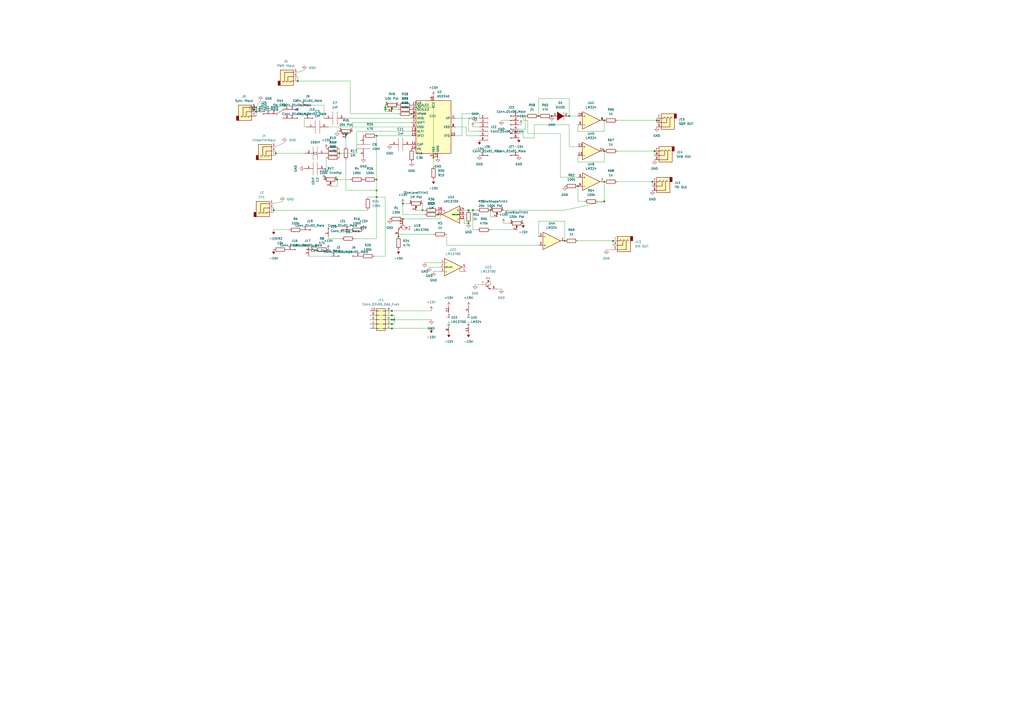
<source format=kicad_sch>
(kicad_sch (version 20211123) (generator eeschema)
  (paper "A2")
  (lib_symbols
    (symbol "Amplifier_Operational:LM13700" (pin_names (offset 0.127))
      (property "Reference" "U" (at 3.81 5.08 0))
      (property "Value" "LM13700" (at 5.08 -5.08 0))
      (symbol "LM13700_1_1"
        (pin output line (at 7.62 0 180) (length 2.54) (name "~") (number "12"))
        (pin input line (at -7.62 2.54 0) (length 2.54) (name "-") (number "13"))
        (pin input line (at -7.62 -2.54 0) (length 2.54) (name "+") (number "14"))
        (pin input line (at -7.62 0 0) (length 2.54) (name "DIODE_BIAS") (number "15"))
        (pin input line (at 7.62 -2.54 180) (length 2.54) (name "~") (number "16"))
      )
      (symbol "LM13700_2_1"
        (text "V+" (at -2.54 3.81 0) (effects (font (size 1.27 1.27))))
        (pin input line (at -7.62 0 0) (length 3.81) (name "~") (number "10"))
        (pin output line (at 2.54 -2.54 180) (length 3.81) (name "~") (number "9"))
      )
      (symbol "LM13700_3_1"
        (pin input line (at 7.62 -2.54 180) (length 2.54) (name "~") (number "1"))
        (pin input line (at -7.62 0 0) (length 2.54) (name "DIODE_BIAS") (number "2"))
        (pin input line (at -7.62 -2.54 0) (length 2.54) (name "+") (number "3"))
        (pin input line (at -7.62 2.54 0) (length 2.54) (name "-") (number "4"))
        (pin output line (at 7.62 0 180) (length 2.54) (name "~") (number "5"))
      )
      (symbol "LM13700_4_0"
        (text "V+" (at -2.54 3.81 0) (effects (font (size 1.27 1.27))))
      )
      (symbol "LM13700_4_1"
        (pin input line (at -7.62 0 0) (length 3.81) (name "~") (number "7"))
        (pin output line (at 2.54 -2.54 180) (length 3.81) (name "~") (number "8"))
      )
      (symbol "LM13700_5_1"
        (pin power_in line (at -2.54 7.62 270) (length 3.81) (name "V+") (number "11"))
        (pin power_in line (at -2.54 -7.62 90) (length 3.81) (name "V-") (number "6"))
      )
    )
    (symbol "Amplifier_Operational:LM324" (pin_names (offset 0.127))
      (property "Reference" "U" (at 0 5.08 0))
      (property "Value" "LM324" (at 0 -5.08 0))
      (symbol "LM324_1_1"
        (pin output line (at 7.62 0 180) (length 2.54) (name "~") (number "1"))
        (pin input line (at -7.62 -2.54 0) (length 2.54) (name "-") (number "2"))
        (pin input line (at -7.62 2.54 0) (length 2.54) (name "+") (number "3"))
      )
      (symbol "LM324_2_1"
        (pin input line (at -7.62 2.54 0) (length 2.54) (name "+") (number "5"))
        (pin input line (at -7.62 -2.54 0) (length 2.54) (name "-") (number "6"))
        (pin output line (at 7.62 0 180) (length 2.54) (name "~") (number "7"))
      )
      (symbol "LM324_3_1"
        (pin input line (at -7.62 2.54 0) (length 2.54) (name "+") (number "10"))
        (pin output line (at 7.62 0 180) (length 2.54) (name "~") (number "8"))
        (pin input line (at -7.62 -2.54 0) (length 2.54) (name "-") (number "9"))
      )
      (symbol "LM324_4_1"
        (pin input line (at -7.62 2.54 0) (length 2.54) (name "+") (number "12"))
        (pin input line (at -7.62 -2.54 0) (length 2.54) (name "-") (number "13"))
        (pin output line (at 7.62 0 180) (length 2.54) (name "~") (number "14"))
      )
      (symbol "LM324_5_1"
        (pin power_in line (at -2.54 -7.62 90) (length 3.81) (name "V-") (number "11"))
        (pin power_in line (at -2.54 7.62 270) (length 3.81) (name "V+") (number "4"))
      )
    )
    (symbol "Audio:AS3340"
      (property "Reference" "U" (at -5.08 17.78 0))
      (property "Value" "AS3340" (at 5.08 17.78 0))
      (symbol "AS3340_1_1"
        (pin input line (at -12.7 12.7 0) (length 2.54) (name "SCALE1") (number "1"))
        (pin output line (at 12.7 -5.08 180) (length 2.54) (name "VTO") (number "10"))
        (pin passive line (at -12.7 -10.16 0) (length 2.54) (name "CAP") (number "11"))
        (pin power_in line (at 2.54 -17.78 90) (length 2.54) (name "GND") (number "12"))
        (pin input line (at -12.7 -2.54 0) (length 2.54) (name "VLFI") (number "13"))
        (pin passive line (at -12.7 -12.7 0) (length 2.54) (name "VS") (number "14"))
        (pin input line (at -12.7 -5.08 0) (length 2.54) (name "VFCI") (number "15"))
        (pin power_in line (at 0 17.78 270) (length 2.54) (name "VCC") (number "16"))
        (pin input line (at -12.7 10.16 0) (length 2.54) (name "SCALE2") (number "2"))
        (pin power_in line (at 0 -17.78 90) (length 2.54) (name "VEE") (number "3"))
        (pin output line (at 12.7 5.08 180) (length 2.54) (name "VP") (number "4"))
        (pin input line (at -12.7 7.62 0) (length 2.54) (name "VPWM") (number "5"))
        (pin input line (at -12.7 5.08 0) (length 2.54) (name "VHSI") (number "6"))
        (pin input line (at -12.7 2.54 0) (length 2.54) (name "VHFT") (number "7"))
        (pin output line (at 12.7 0 180) (length 2.54) (name "VSO") (number "8"))
        (pin input line (at -12.7 0 0) (length 2.54) (name "VSSI") (number "9"))
      )
    )
    (symbol "Connector:AudioJack3"
      (property "Reference" "J" (at 0 8.89 0))
      (property "Value" "AudioJack3" (at 0 6.35 0))
      (symbol "AudioJack3_1_1"
        (pin passive line (at 5.08 0 180) (length 2.54) (name "~") (number "R"))
        (pin passive line (at 5.08 2.54 180) (length 2.54) (name "~") (number "S"))
        (pin passive line (at 5.08 -2.54 180) (length 2.54) (name "~") (number "T"))
      )
    )
    (symbol "Connector:Conn_01x01_Male" (pin_names (offset 1.016) hide)
      (property "Reference" "J" (at 0 2.54 0))
      (property "Value" "Conn_01x01_Male" (at 0 -2.54 0))
      (symbol "Conn_01x01_Male_1_1"
        (pin passive line (at 5.08 0 180) (length 3.81) (name "Pin_1") (number "1"))
      )
    )
    (symbol "Connector:Conn_01x06_Female" (pin_names (offset 1.016) hide)
      (property "Reference" "J" (at 0 7.62 0))
      (property "Value" "Conn_01x06_Female" (at 0 -10.16 0))
      (symbol "Conn_01x06_Female_1_1"
        (pin passive line (at -5.08 5.08 0) (length 3.81) (name "Pin_1") (number "1"))
        (pin passive line (at -5.08 2.54 0) (length 3.81) (name "Pin_2") (number "2"))
        (pin passive line (at -5.08 0 0) (length 3.81) (name "Pin_3") (number "3"))
        (pin passive line (at -5.08 -2.54 0) (length 3.81) (name "Pin_4") (number "4"))
        (pin passive line (at -5.08 -5.08 0) (length 3.81) (name "Pin_5") (number "5"))
        (pin passive line (at -5.08 -7.62 0) (length 3.81) (name "Pin_6") (number "6"))
      )
    )
    (symbol "Connector:Conn_01x06_Male" (pin_names (offset 1.016) hide)
      (property "Reference" "J" (at 0 7.62 0))
      (property "Value" "Conn_01x06_Male" (at 0 -10.16 0))
      (symbol "Conn_01x06_Male_1_1"
        (pin passive line (at 5.08 5.08 180) (length 3.81) (name "Pin_1") (number "1"))
        (pin passive line (at 5.08 2.54 180) (length 3.81) (name "Pin_2") (number "2"))
        (pin passive line (at 5.08 0 180) (length 3.81) (name "Pin_3") (number "3"))
        (pin passive line (at 5.08 -2.54 180) (length 3.81) (name "Pin_4") (number "4"))
        (pin passive line (at 5.08 -5.08 180) (length 3.81) (name "Pin_5") (number "5"))
        (pin passive line (at 5.08 -7.62 180) (length 3.81) (name "Pin_6") (number "6"))
      )
    )
    (symbol "Connector_Generic:Conn_02x05_Odd_Even" (pin_names (offset 1.016) hide)
      (property "Reference" "J" (at 1.27 7.62 0))
      (property "Value" "Conn_02x05_Odd_Even" (at 1.27 -7.62 0))
      (symbol "Conn_02x05_Odd_Even_1_1"
        (pin passive line (at -5.08 5.08 0) (length 3.81) (name "Pin_1") (number "1"))
        (pin passive line (at 7.62 -5.08 180) (length 3.81) (name "Pin_10") (number "10"))
        (pin passive line (at 7.62 5.08 180) (length 3.81) (name "Pin_2") (number "2"))
        (pin passive line (at -5.08 2.54 0) (length 3.81) (name "Pin_3") (number "3"))
        (pin passive line (at 7.62 2.54 180) (length 3.81) (name "Pin_4") (number "4"))
        (pin passive line (at -5.08 0 0) (length 3.81) (name "Pin_5") (number "5"))
        (pin passive line (at 7.62 0 180) (length 3.81) (name "Pin_6") (number "6"))
        (pin passive line (at -5.08 -2.54 0) (length 3.81) (name "Pin_7") (number "7"))
        (pin passive line (at 7.62 -2.54 180) (length 3.81) (name "Pin_8") (number "8"))
        (pin passive line (at -5.08 -5.08 0) (length 3.81) (name "Pin_9") (number "9"))
      )
    )
    (symbol "Device:R" (pin_numbers hide) (pin_names (offset 0))
      (property "Reference" "R" (at 2.032 0 90))
      (property "Value" "R" (at 0 0 90))
      (symbol "R_1_1"
        (pin passive line (at 0 3.81 270) (length 1.27) (name "~") (number "1"))
        (pin passive line (at 0 -3.81 90) (length 1.27) (name "~") (number "2"))
      )
    )
    (symbol "Device:R_Potentiometer" (pin_names (offset 1.016) hide)
      (property "Reference" "RV" (at -4.445 0 90))
      (property "Value" "R_Potentiometer" (at -2.54 0 90))
      (symbol "R_Potentiometer_1_1"
        (pin passive line (at 0 3.81 270) (length 1.27) (name "1") (number "1"))
        (pin passive line (at 3.81 0 180) (length 1.27) (name "2") (number "2"))
        (pin passive line (at 0 -3.81 90) (length 1.27) (name "3") (number "3"))
      )
    )
    (symbol "Switch:SW_SPDT" (pin_names (offset 0) hide)
      (property "Reference" "SW" (at 0 4.318 0))
      (property "Value" "SW_SPDT" (at 0 -5.08 0))
      (symbol "SW_SPDT_1_1"
        (pin passive line (at 5.08 2.54 180) (length 2.54) (name "A") (number "1"))
        (pin passive line (at -5.08 0 0) (length 2.54) (name "B") (number "2"))
        (pin passive line (at 5.08 -2.54 180) (length 2.54) (name "C") (number "3"))
      )
    )
    (symbol "power:+15V" (power) (pin_names (offset 0))
      (property "Value" "+15V" (at 0 3.556 0))
      (symbol "+15V_1_1"
        (pin power_in line (at 0 0 90) (length 0) hide (name "+15V") (number "1"))
      )
    )
    (symbol "power:-15V" (power) (pin_names (offset 0))
      (property "Value" "-15V" (at 0 3.81 0))
      (symbol "-15V_0_0"
        (pin power_in line (at 0 0 90) (length 0) hide (name "-15V") (number "1"))
      )
    )
    (symbol "power:GND" (power) (pin_names (offset 0))
      (property "Value" "GND" (at 0 -3.81 0))
      (symbol "GND_1_1"
        (pin power_in line (at 0 0 270) (length 0) hide (name "GND") (number "1"))
      )
    )
    (symbol "pspice:C" (pin_names (offset 0.254))
      (property "Reference" "C" (at 2.54 3.81 90))
      (property "Value" "C" (at 2.54 -3.81 90))
      (symbol "C_1_1"
        (pin passive line (at 0 6.35 270) (length 5.08) (name "~") (number "1"))
        (pin passive line (at 0 -6.35 90) (length 5.08) (name "~") (number "2"))
      )
    )
    (symbol "pspice:DIODE" (pin_names (offset 1.016) hide)
      (property "Reference" "D" (at 0 3.81 0))
      (property "Value" "DIODE" (at 0 -4.445 0))
      (symbol "DIODE_1_1"
        (pin input line (at -5.08 0 0) (length 3.81) (name "K") (number "1"))
        (pin input line (at 5.08 0 180) (length 3.81) (name "A") (number "2"))
      )
    )
  )
  (junction (at 227.33 187.96))
  (junction (at 335.28 107.95))
  (junction (at 350.52 116.84))
  (junction (at 350.52 87.63))
  (junction (at 172.72 46.99))
  (junction (at 350.52 69.85))
  (junction (at 233.68 127))
  (junction (at 330.2 67.31))
  (junction (at 231.14 137.16))
  (junction (at 378.46 105.41))
  (junction (at 218.44 114.3))
  (junction (at 238.76 66.04))
  (junction (at 251.46 91.44))
  (junction (at 148.59 64.77))
  (junction (at 195.58 104.14))
  (junction (at 312.42 67.31))
  (junction (at 254 124.46))
  (junction (at 218.44 78.74))
  (junction (at 196.85 88.9))
  (junction (at 245.11 121.92))
  (junction (at 227.33 180.34))
  (junction (at 227.33 182.88))
  (junction (at 233.68 118.11))
  (junction (at 160.02 88.9))
  (junction (at 218.44 104.14))
  (junction (at 223.52 62.23))
  (junction (at 274.32 121.92))
  (junction (at 379.73 87.63))
  (junction (at 228.6 185.42))
  (junction (at 271.78 129.54))
  (junction (at 350.52 105.41))
  (junction (at 218.44 110.49))
  (junction (at 381 69.85))
  (junction (at 284.48 121.92))
  (junction (at 327.66 139.7))
  (junction (at 223.52 63.5))
  (junction (at 271.78 121.92))
  (junction (at 158.75 121.92))
  (junction (at 355.6 139.7))
  (junction (at 320.04 67.31))
  (junction (at 227.33 185.42))
  (junction (at 227.33 190.5))
  (wire (pts (xy 228.6 185.42) (xy 250.19 185.42)))
  (wire (pts (xy 379.73 87.63) (xy 379.73 90.17)))
  (wire (pts (xy 187.96 60.96) (xy 173.99 60.96)))
  (wire (pts (xy 238.76 71.12) (xy 204.47 71.12)))
  (wire (pts (xy 270.51 78.74) (xy 278.13 78.74)))
  (wire (pts (xy 223.52 63.5) (xy 223.52 62.23)))
  (wire (pts (xy 214.63 182.88) (xy 227.33 182.88)))
  (wire (pts (xy 312.42 128.27) (xy 327.66 128.27)))
  (wire (pts (xy 248.92 154.94) (xy 255.27 154.94)))
  (wire (pts (xy 330.2 72.39) (xy 309.88 72.39)))
  (wire (pts (xy 300.99 72.39) (xy 302.26 72.39)))
  (wire (pts (xy 223.52 114.3) (xy 223.52 148.59)))
  (wire (pts (xy 330.2 57.15) (xy 312.42 57.15)))
  (wire (pts (xy 284.48 125.73) (xy 288.29 125.73)))
  (wire (pts (xy 259.08 135.89) (xy 259.08 142.24)))
  (wire (pts (xy 214.63 185.42) (xy 227.33 185.42)))
  (wire (pts (xy 306.07 77.47) (xy 306.07 69.85)))
  (wire (pts (xy 378.46 105.41) (xy 378.46 107.95)))
  (wire (pts (xy 233.68 127) (xy 255.27 127)))
  (wire (pts (xy 160.02 87.63) (xy 160.02 88.9)))
  (wire (pts (xy 251.46 157.48) (xy 255.27 157.48)))
  (wire (pts (xy 303.53 69.85) (xy 303.53 67.31)))
  (wire (pts (xy 205.74 138.43) (xy 218.44 138.43)))
  (wire (pts (xy 231.14 135.89) (xy 231.14 137.16)))
  (wire (pts (xy 233.68 124.46) (xy 246.38 124.46)))
  (wire (pts (xy 227.33 185.42) (xy 228.6 185.42)))
  (wire (pts (xy 227.33 187.96) (xy 228.6 187.96)))
  (wire (pts (xy 350.52 116.84) (xy 327.66 121.92)))
  (wire (pts (xy 190.5 137.16) (xy 190.5 138.43)))
  (wire (pts (xy 195.58 104.14) (xy 203.2 104.14)))
  (wire (pts (xy 351.79 144.78) (xy 355.6 144.78)))
  (wire (pts (xy 358.14 69.85) (xy 381 69.85)))
  (wire (pts (xy 218.44 110.49) (xy 218.44 114.3)))
  (wire (pts (xy 350.52 105.41) (xy 350.52 116.84)))
  (wire (pts (xy 278.13 68.58) (xy 278.13 66.04)))
  (wire (pts (xy 158.75 121.92) (xy 158.75 123.19)))
  (wire (pts (xy 304.8 74.93) (xy 300.99 74.93)))
  (wire (pts (xy 259.08 142.24) (xy 312.42 142.24)))
  (wire (pts (xy 158.75 120.65) (xy 158.75 121.92)))
  (wire (pts (xy 271.78 68.58) (xy 264.16 68.58)))
  (wire (pts (xy 163.83 116.84) (xy 158.75 118.11)))
  (wire (pts (xy 151.13 58.42) (xy 148.59 62.23)))
  (wire (pts (xy 350.52 76.2) (xy 350.52 69.85)))
  (wire (pts (xy 179.07 148.59) (xy 191.77 148.59)))
  (wire (pts (xy 330.2 67.31) (xy 335.28 67.31)))
  (wire (pts (xy 271.78 76.2) (xy 271.78 68.58)))
  (wire (pts (xy 325.12 77.47) (xy 325.12 102.87)))
  (wire (pts (xy 227.33 64.77) (xy 223.52 64.77)))
  (wire (pts (xy 335.28 76.2) (xy 350.52 76.2)))
  (wire (pts (xy 227.33 182.88) (xy 228.6 182.88)))
  (wire (pts (xy 195.58 76.2) (xy 196.85 76.2)))
  (wire (pts (xy 358.14 105.41) (xy 378.46 105.41)))
  (wire (pts (xy 335.28 93.98) (xy 350.52 93.98)))
  (wire (pts (xy 218.44 78.74) (xy 238.76 78.74)))
  (wire (pts (xy 165.1 82.55) (xy 160.02 85.09)))
  (wire (pts (xy 325.12 77.47) (xy 306.07 77.47)))
  (wire (pts (xy 217.17 148.59) (xy 223.52 148.59)))
  (wire (pts (xy 335.28 107.95) (xy 335.28 116.84)))
  (wire (pts (xy 274.32 133.35) (xy 276.86 133.35)))
  (wire (pts (xy 200.66 92.71) (xy 200.66 110.49)))
  (wire (pts (xy 251.46 96.52) (xy 251.46 91.44)))
  (wire (pts (xy 303.53 80.01) (xy 303.53 77.47)))
  (wire (pts (xy 335.28 116.84) (xy 339.09 116.84)))
  (wire (pts (xy 214.63 190.5) (xy 227.33 190.5)))
  (wire (pts (xy 278.13 66.04) (xy 267.97 66.04)))
  (wire (pts (xy 233.68 118.11) (xy 237.49 118.11)))
  (wire (pts (xy 290.83 69.85) (xy 300.99 69.85)))
  (wire (pts (xy 270.51 73.66) (xy 270.51 78.74)))
  (wire (pts (xy 190.5 73.66) (xy 238.76 73.66)))
  (wire (pts (xy 304.8 67.31) (xy 304.8 74.93)))
  (wire (pts (xy 303.53 77.47) (xy 300.99 77.47)))
  (wire (pts (xy 325.12 102.87) (xy 335.28 102.87)))
  (wire (pts (xy 335.28 72.39) (xy 335.28 76.2)))
  (wire (pts (xy 312.42 57.15) (xy 312.42 67.31)))
  (wire (pts (xy 214.63 180.34) (xy 227.33 180.34)))
  (wire (pts (xy 200.66 80.01) (xy 200.66 85.09)))
  (wire (pts (xy 269.24 129.54) (xy 271.78 129.54)))
  (wire (pts (xy 227.33 180.34) (xy 250.19 180.34)))
  (wire (pts (xy 176.53 40.64) (xy 172.72 41.91)))
  (wire (pts (xy 218.44 114.3) (xy 218.44 138.43)))
  (wire (pts (xy 228.6 182.88) (xy 228.6 185.42)))
  (wire (pts (xy 267.97 78.74) (xy 264.16 78.74)))
  (wire (pts (xy 330.2 67.31) (xy 330.2 57.15)))
  (wire (pts (xy 203.2 66.04) (xy 231.14 66.04)))
  (wire (pts (xy 196.85 86.36) (xy 196.85 88.9)))
  (wire (pts (xy 381 69.85) (xy 381 71.12)))
  (wire (pts (xy 309.88 72.39) (xy 309.88 80.01)))
  (wire (pts (xy 148.59 64.77) (xy 148.59 67.31)))
  (wire (pts (xy 284.48 133.35) (xy 299.72 133.35)))
  (wire (pts (xy 231.14 135.89) (xy 251.46 135.89)))
  (wire (pts (xy 207.01 76.2) (xy 238.76 76.2)))
  (wire (pts (xy 350.52 93.98) (xy 350.52 87.63)))
  (wire (pts (xy 207.01 76.2) (xy 207.01 88.9)))
  (wire (pts (xy 191.77 107.95) (xy 195.58 107.95)))
  (wire (pts (xy 271.78 121.92) (xy 274.32 121.92)))
  (wire (pts (xy 213.36 114.3) (xy 218.44 114.3)))
  (wire (pts (xy 223.52 64.77) (xy 223.52 63.5)))
  (wire (pts (xy 223.52 62.23) (xy 223.52 60.96)))
  (wire (pts (xy 284.48 121.92) (xy 284.48 125.73)))
  (wire (pts (xy 233.68 118.11) (xy 233.68 124.46)))
  (wire (pts (xy 172.72 44.45) (xy 172.72 46.99)))
  (wire (pts (xy 335.28 90.17) (xy 335.28 93.98)))
  (wire (pts (xy 241.3 121.92) (xy 245.11 121.92)))
  (wire (pts (xy 251.46 62.23) (xy 251.46 91.44)))
  (wire (pts (xy 327.66 121.92) (xy 292.1 121.92)))
  (wire (pts (xy 223.52 63.5) (xy 231.14 63.5)))
  (wire (pts (xy 223.52 62.23) (xy 251.46 62.23)))
  (wire (pts (xy 278.13 76.2) (xy 271.78 76.2)))
  (wire (pts (xy 177.8 73.66) (xy 176.53 73.66)))
  (wire (pts (xy 196.85 91.44) (xy 196.85 88.9)))
  (wire (pts (xy 158.75 133.35) (xy 167.64 133.35)))
  (wire (pts (xy 309.88 80.01) (xy 303.53 80.01)))
  (wire (pts (xy 158.75 121.92) (xy 213.36 121.92)))
  (wire (pts (xy 274.32 121.92) (xy 276.86 121.92)))
  (wire (pts (xy 218.44 78.74) (xy 218.44 104.14)))
  (wire (pts (xy 245.11 118.11) (xy 245.11 121.92)))
  (wire (pts (xy 300.99 67.31) (xy 303.53 67.31)))
  (wire (pts (xy 218.44 104.14) (xy 218.44 110.49)))
  (wire (pts (xy 200.66 110.49) (xy 218.44 110.49)))
  (wire (pts (xy 358.14 87.63) (xy 379.73 87.63)))
  (wire (pts (xy 275.59 165.1) (xy 278.13 165.1)))
  (wire (pts (xy 274.32 121.92) (xy 274.32 133.35)))
  (wire (pts (xy 335.28 139.7) (xy 355.6 139.7)))
  (wire (pts (xy 350.52 116.84) (xy 346.71 116.84)))
  (wire (pts (xy 218.44 114.3) (xy 223.52 114.3)))
  (wire (pts (xy 228.6 185.42) (xy 228.6 187.96)))
  (wire (pts (xy 330.2 85.09) (xy 335.28 85.09)))
  (wire (pts (xy 246.38 152.4) (xy 255.27 152.4)))
  (wire (pts (xy 255.27 127) (xy 255.27 124.46)))
  (wire (pts (xy 267.97 66.04) (xy 267.97 78.74)))
  (wire (pts (xy 176.53 68.58) (xy 176.53 73.66)))
  (wire (pts (xy 245.11 121.92) (xy 246.38 121.92)))
  (wire (pts (xy 274.32 73.66) (xy 278.13 73.66)))
  (wire (pts (xy 288.29 167.64) (xy 290.83 167.64)))
  (wire (pts (xy 214.63 187.96) (xy 227.33 187.96)))
  (wire (pts (xy 204.47 71.12) (xy 204.47 76.2)))
  (wire (pts (xy 306.07 69.85) (xy 303.53 69.85)))
  (wire (pts (xy 176.53 88.9) (xy 160.02 88.9)))
  (wire (pts (xy 269.24 127) (xy 269.24 129.54)))
  (wire (pts (xy 312.42 137.16) (xy 312.42 128.27)))
  (wire (pts (xy 203.2 66.04) (xy 203.2 46.99)))
  (wire (pts (xy 195.58 107.95) (xy 195.58 104.14)))
  (wire (pts (xy 189.23 91.44) (xy 189.23 97.79)))
  (wire (pts (xy 187.96 60.96) (xy 187.96 68.58)))
  (wire (pts (xy 355.6 139.7) (xy 355.6 142.24)))
  (wire (pts (xy 292.1 129.54) (xy 295.91 129.54)))
  (wire (pts (xy 207.01 88.9) (xy 196.85 88.9)))
  (wire (pts (xy 264.16 73.66) (xy 270.51 73.66)))
  (wire (pts (xy 330.2 72.39) (xy 330.2 85.09)))
  (wire (pts (xy 200.66 68.58) (xy 238.76 68.58)))
  (wire (pts (xy 172.72 46.99) (xy 203.2 46.99)))
  (wire (pts (xy 160.02 88.9) (xy 160.02 90.17)))
  (wire (pts (xy 381 68.58) (xy 381 69.85)))
  (wire (pts (xy 255.27 124.46) (xy 254 124.46)))
  (wire (pts (xy 327.66 128.27) (xy 327.66 139.7)))
  (wire (pts (xy 227.33 190.5) (xy 250.19 190.5)))
  (wire (pts (xy 190.5 138.43) (xy 198.12 138.43)))
  (wire (pts (xy 275.59 71.12) (xy 278.13 71.12)))
  (wire (pts (xy 269.24 121.92) (xy 271.78 121.92)))
  (symbol (lib_id "Connector:AudioJack3") (at 153.67 120.65 0) (unit 1)
    (property "Reference" "J2" (at 151.765 111.76 0))
    (property "Value" "CV1" (at 151.765 114.3 0))
    (property "Footprint" "Connector_Audio:Jack_3.5mm_Switronic_ST-005-G_horizontal" (effects hide))
  )
  (symbol (lib_id "power:GND") (at 163.83 116.84 180) (unit 1)
    (property "Reference" "#PWR0121" (effects hide))
    (property "Value" "GND" (at 166.37 115.5699 0) (effects (justify right)))
  )
  (symbol (lib_id "Amplifier_Operational:LM13700") (at 262.89 185.42 0) (unit 5)
    (property "Reference" "U1" (at 261.62 184.1499 0) (effects (justify left)))
    (property "Value" "LM13700" (at 261.62 186.6899 0) (effects (justify left)))
    (property "Footprint" "Package_DIP:DIP-16_W7.62mm" (effects hide))
    (property "Datasheet" "http://www.ti.com/lit/ds/symlink/lm13700.pdf" (effects hide))
  )
  (symbol (lib_id "Device:R") (at 231.14 140.97 180) (unit 1)
    (property "Reference" "R34" (at 233.68 139.6999 0) (effects (justify right)))
    (property "Value" "4.7k" (at 233.68 142.2399 0) (effects (justify right)))
    (property "Footprint" "Resistor_SMD:R_1206_3216Metric_Pad1.30x1.75mm_HandSolder" (effects hide))
  )
  (symbol (lib_id "Amplifier_Operational:LM324") (at 342.9 87.63 0) (unit 4)
    (property "Reference" "U4" (at 342.9 77.47 0))
    (property "Value" "LM324" (at 342.9 80.01 0))
    (property "Footprint" "Package_DIP:DIP-14_W7.62mm" (effects hide))
    (property "Datasheet" "http://www.ti.com/lit/ds/symlink/lm2902-n.pdf" (effects hide))
  )
  (symbol (lib_id "pspice:DIODE") (at 325.12 67.31 0) (unit 1)
    (property "Reference" "D1" (at 325.12 59.69 0))
    (property "Value" "DIODE" (at 325.12 62.23 0))
    (property "Footprint" "Capacitor_THT:C_Disc_D3.0mm_W1.6mm_P2.50mm" (effects hide))
  )
  (symbol (lib_id "Connector:AudioJack3") (at 167.64 44.45 0) (unit 1)
    (property "Reference" "J5" (at 165.735 35.56 0))
    (property "Value" "PWM INput" (at 165.735 38.1 0))
    (property "Footprint" "Connector_Audio:Jack_3.5mm_Switronic_ST-005-G_horizontal" (effects hide))
  )
  (symbol (lib_id "power:+15V") (at 260.35 177.8 0) (unit 1)
    (property "Reference" "#PWR0161" (effects hide))
    (property "Value" "+15V" (at 260.35 172.72 0))
  )
  (symbol (lib_id "power:GND") (at 250.19 185.42 0) (unit 1)
    (property "Reference" "#PWR0109" (effects hide))
    (property "Value" "GND" (at 250.19 190.5 0))
  )
  (symbol (lib_id "Device:R") (at 280.67 133.35 90) (unit 1)
    (property "Reference" "R55" (at 280.67 127 90))
    (property "Value" "470k" (at 280.67 129.54 90))
    (property "Footprint" "Resistor_SMD:R_1206_3216Metric_Pad1.30x1.75mm_HandSolder" (effects hide))
  )
  (symbol (lib_id "Device:R") (at 213.36 118.11 0) (unit 1)
    (property "Reference" "R24" (at 215.9 116.8399 0) (effects (justify left)))
    (property "Value" "100k" (at 215.9 119.3799 0) (effects (justify left)))
    (property "Footprint" "Resistor_SMD:R_1206_3216Metric_Pad1.30x1.75mm_HandSolder" (effects hide))
  )
  (symbol (lib_id "power:GND") (at 226.06 83.82 0) (unit 1)
    (property "Reference" "#PWR0116" (effects hide))
    (property "Value" "GND" (at 226.06 88.9 0))
  )
  (symbol (lib_id "Device:R_Potentiometer") (at 191.77 104.14 270) (unit 1)
    (property "Reference" "RV7" (at 191.77 97.79 90))
    (property "Value" "100k TrimPot" (at 191.77 100.33 90))
    (property "Footprint" "Potentiometer_THT:Potentiometer_ACP_CA6-H2,5_Horizontal" (effects hide))
  )
  (symbol (lib_id "Device:R") (at 280.67 121.92 90) (unit 1)
    (property "Reference" "R54" (at 279.4 116.84 90))
    (property "Value" "20k" (at 279.4 119.38 90))
    (property "Footprint" "Resistor_SMD:R_1206_3216Metric_Pad1.30x1.75mm_HandSolder" (effects hide))
  )
  (symbol (lib_id "power:-15V") (at 278.13 81.28 180) (unit 1)
    (property "Reference" "#PWR02" (effects hide))
    (property "Value" "-15V" (at 278.13 86.36 0))
  )
  (symbol (lib_id "Device:R") (at 213.36 148.59 90) (unit 1)
    (property "Reference" "R20" (at 213.36 142.24 90))
    (property "Value" "100k" (at 213.36 144.78 90))
    (property "Footprint" "Resistor_SMD:R_1206_3216Metric_Pad1.30x1.75mm_HandSolder" (effects hide))
  )
  (symbol (lib_id "Connector:AudioJack3") (at 386.08 71.12 180) (unit 1)
    (property "Reference" "J15" (at 393.7 69.2149 0) (effects (justify right)))
    (property "Value" "SQR OUT" (at 393.7 71.7549 0) (effects (justify right)))
    (property "Footprint" "Connector_Audio:Jack_3.5mm_Switronic_ST-005-G_horizontal" (effects hide))
  )
  (symbol (lib_id "power:+15V") (at 302.26 72.39 0) (unit 1)
    (property "Reference" "#PWR05" (effects hide))
    (property "Value" "+15V" (at 302.26 67.31 0))
  )
  (symbol (lib_id "Audio:AS3340") (at 251.46 73.66 0) (unit 1)
    (property "Reference" "U2" (at 253.4794 53.34 0) (effects (justify left)))
    (property "Value" "AS3340" (at 253.4794 55.88 0) (effects (justify left)))
    (property "Footprint" "Package_DIP:DIP-16_W7.62mm" (effects hide))
    (property "Datasheet" "http://www.alfarzpp.lv/eng/sc/AS3340.pdf" (effects hide))
  )
  (symbol (lib_id "power:GND") (at 251.46 157.48 0) (unit 1)
    (property "Reference" "#PWR0126" (effects hide))
    (property "Value" "GND" (at 251.46 162.56 0))
  )
  (symbol (lib_id "Device:R") (at 271.78 125.73 180) (unit 1)
    (property "Reference" "R51" (at 274.32 124.4599 0) (effects (justify right)))
    (property "Value" "1k" (at 274.32 126.9999 0) (effects (justify right)))
    (property "Footprint" "Resistor_SMD:R_1206_3216Metric_Pad1.30x1.75mm_HandSolder" (effects hide))
  )
  (symbol (lib_id "Connector:Conn_01x01_Male") (at 190.5 132.08 270) (unit 1)
    (property "Reference" "J20" (at 191.77 131.4449 90) (effects (justify left)))
    (property "Value" "Conn_01x01_Male" (at 191.77 133.9849 90) (effects (justify left)))
    (property "Footprint" "Connector_PinHeader_2.54mm:PinHeader_1x01_P2.54mm_Vertical" (effects hide))
  )
  (symbol (lib_id "Device:R") (at 331.47 139.7 90) (unit 1)
    (property "Reference" "R69" (at 331.47 133.35 90))
    (property "Value" "1k" (at 331.47 135.89 90))
    (property "Footprint" "Resistor_SMD:R_1206_3216Metric_Pad1.30x1.75mm_HandSolder" (effects hide))
  )
  (symbol (lib_id "Device:R") (at 354.33 69.85 90) (unit 1)
    (property "Reference" "R66" (at 354.33 63.5 90))
    (property "Value" "1k" (at 354.33 66.04 90))
    (property "Footprint" "Resistor_SMD:R_1206_3216Metric_Pad1.30x1.75mm_HandSolder" (effects hide))
  )
  (symbol (lib_id "power:+15V") (at 274.32 73.66 0) (unit 1)
    (property "Reference" "#PWR01" (effects hide))
    (property "Value" "+15V" (at 274.32 68.58 0))
  )
  (symbol (lib_id "power:GND") (at 275.59 165.1 0) (unit 1)
    (property "Reference" "#PWR0117" (effects hide))
    (property "Value" "GND" (at 275.59 170.18 0))
  )
  (symbol (lib_id "Device:R") (at 250.19 124.46 90) (unit 1)
    (property "Reference" "R37" (at 250.19 118.11 90))
    (property "Value" "1M" (at 250.19 120.65 90))
    (property "Footprint" "Resistor_THT:R_Axial_DIN0204_L3.6mm_D1.6mm_P5.08mm_Horizontal" (effects hide))
  )
  (symbol (lib_id "power:GND") (at 381 73.66 0) (unit 1)
    (property "Reference" "#PWR0164" (effects hide))
    (property "Value" "GND" (at 381 78.74 0))
  )
  (symbol (lib_id "power:+15V") (at 292.1 129.54 0) (unit 1)
    (property "Reference" "#PWR0157" (effects hide))
    (property "Value" "+15V" (at 292.1 124.46 0))
  )
  (symbol (lib_id "Amplifier_Operational:LM13700") (at 262.89 154.94 0) (unit 3)
    (property "Reference" "U1" (at 262.89 144.78 0))
    (property "Value" "LM13700" (at 262.89 147.32 0))
    (property "Footprint" "Package_DIP:DIP-16_W7.62mm" (effects hide))
    (property "Datasheet" "http://www.ti.com/lit/ds/symlink/lm13700.pdf" (effects hide))
  )
  (symbol (lib_id "power:+15V") (at 210.82 133.35 0) (unit 1)
    (property "Reference" "#PWR0122" (effects hide))
    (property "Value" "+15V" (at 210.82 128.27 0))
  )
  (symbol (lib_id "pspice:C") (at 182.88 88.9 270) (unit 1)
    (property "Reference" "C1" (at 182.88 88.9 90))
    (property "Value" "100nf" (at 182.88 82.55 90))
    (property "Footprint" "Capacitor_THT:C_Disc_D3.0mm_W1.6mm_P2.50mm" (effects hide))
  )
  (symbol (lib_id "power:GND") (at 195.58 76.2 0) (unit 1)
    (property "Reference" "#PWR0106" (effects hide))
    (property "Value" "GND" (at 198.12 77.4699 0) (effects (justify left)))
  )
  (symbol (lib_id "power:-15V") (at 251.46 104.14 180) (unit 1)
    (property "Reference" "#PWR0170" (effects hide))
    (property "Value" "-15V" (at 251.46 109.22 0))
  )
  (symbol (lib_id "power:GND") (at 275.59 71.12 180) (unit 1)
    (property "Reference" "#PWR03" (effects hide))
    (property "Value" "GND" (at 275.59 66.04 0))
  )
  (symbol (lib_id "Connector:Conn_01x06_Male") (at 295.91 72.39 0) (unit 1)
    (property "Reference" "J23" (at 296.545 62.23 0))
    (property "Value" "Conn_01x06_Male" (at 296.545 64.77 0))
    (property "Footprint" "Connector_PinHeader_2.54mm:PinHeader_1x06_P2.54mm_Vertical" (effects hide))
  )
  (symbol (lib_id "Device:R") (at 234.95 63.5 90) (unit 1)
    (property "Reference" "R39" (at 234.95 57.15 90))
    (property "Value" "5.6k" (at 234.95 59.69 90))
    (property "Footprint" "Resistor_THT:R_Axial_DIN0204_L3.6mm_D1.6mm_P5.08mm_Horizontal" (effects hide))
  )
  (symbol (lib_id "Connector:Conn_01x01_Male") (at 152.4 66.04 0) (unit 1)
    (property "Reference" "J24" (at 153.035 60.96 0))
    (property "Value" "Conn_01x01_Male" (at 153.035 63.5 0))
    (property "Footprint" "Connector_PinHeader_2.54mm:PinHeader_1x01_P2.54mm_Vertical" (effects hide))
  )
  (symbol (lib_id "Amplifier_Operational:LM13700") (at 233.68 134.62 270) (unit 2)
    (property "Reference" "U1" (at 240.03 130.8099 90) (effects (justify left)))
    (property "Value" "LM13700" (at 240.03 133.3499 90) (effects (justify left)))
    (property "Footprint" "Package_DIP:DIP-16_W7.62mm" (effects hide))
    (property "Datasheet" "http://www.ti.com/lit/ds/symlink/lm13700.pdf" (effects hide))
  )
  (symbol (lib_id "power:GND") (at 246.38 152.4 0) (unit 1)
    (property "Reference" "#PWR0119" (effects hide))
    (property "Value" "GND" (at 246.38 157.48 0))
  )
  (symbol (lib_id "Device:R") (at 250.19 121.92 90) (unit 1)
    (property "Reference" "R36" (at 250.19 115.57 90))
    (property "Value" "100k" (at 250.19 118.11 90))
    (property "Footprint" "Resistor_SMD:R_1206_3216Metric_Pad1.30x1.75mm_HandSolder" (effects hide))
  )
  (symbol (lib_id "Device:R_Potentiometer") (at 200.66 76.2 270) (unit 1)
    (property "Reference" "RV5" (at 200.66 69.85 90))
    (property "Value" "20k Pot" (at 200.66 72.39 90))
    (property "Footprint" "Potentiometer_THT:Potentiometer_ACP_CA6-H2,5_Horizontal" (effects hide))
  )
  (symbol (lib_id "Connector:AudioJack3") (at 384.81 90.17 180) (unit 1)
    (property "Reference" "J14" (at 392.43 88.2649 0) (effects (justify right)))
    (property "Value" "SAW OUt" (at 392.43 90.8049 0) (effects (justify right)))
    (property "Footprint" "Connector_Audio:Jack_3.5mm_Switronic_ST-005-G_horizontal" (effects hide))
  )
  (symbol (lib_id "Device:R_Potentiometer") (at 227.33 60.96 270) (unit 1)
    (property "Reference" "RV9" (at 227.33 54.61 90))
    (property "Value" "10k Pot" (at 227.33 57.15 90))
    (property "Footprint" "Potentiometer_THT:Potentiometer_ACP_CA6-H2,5_Horizontal" (effects hide))
  )
  (symbol (lib_id "power:GND") (at 248.92 154.94 0) (unit 1)
    (property "Reference" "#PWR0120" (effects hide))
    (property "Value" "GND" (at 248.92 160.02 0))
  )
  (symbol (lib_id "Device:R") (at 242.57 66.04 90) (unit 1)
    (property "Reference" "R48" (at 242.57 59.69 90))
    (property "Value" "47k" (at 242.57 62.23 90))
    (property "Footprint" "Resistor_THT:R_Axial_DIN0204_L3.6mm_D1.6mm_P5.08mm_Horizontal" (effects hide))
  )
  (symbol (lib_id "Device:R") (at 316.23 67.31 90) (unit 1)
    (property "Reference" "R60" (at 316.23 60.96 90))
    (property "Value" "47k" (at 316.23 63.5 90))
    (property "Footprint" "Resistor_THT:R_Axial_DIN0204_L3.6mm_D1.6mm_P5.08mm_Horizontal" (effects hide))
  )
  (symbol (lib_id "pspice:C") (at 210.82 85.09 0) (unit 1)
    (property "Reference" "C9" (at 215.9 83.8199 0) (effects (justify left)))
    (property "Value" "10nf" (at 215.9 86.3599 0) (effects (justify left)))
    (property "Footprint" "Capacitor_SMD:C_1206_3216Metric_Pad1.33x1.80mm_HandSolder" (effects hide))
  )
  (symbol (lib_id "Connector:Conn_01x01_Male") (at 179.07 60.96 180) (unit 1)
    (property "Reference" "J9" (at 178.435 55.88 0))
    (property "Value" "Conn_01x01_Male" (at 178.435 58.42 0))
    (property "Footprint" "Connector_PinHeader_2.54mm:PinHeader_1x01_P2.54mm_Vertical" (effects hide))
  )
  (symbol (lib_id "Device:R") (at 255.27 135.89 90) (unit 1)
    (property "Reference" "R3" (at 255.27 129.54 90))
    (property "Value" "1k" (at 255.27 132.08 90))
    (property "Footprint" "Resistor_SMD:R_1206_3216Metric_Pad1.30x1.75mm_HandSolder" (effects hide))
  )
  (symbol (lib_id "power:-15V") (at 260.35 193.04 180) (unit 1)
    (property "Reference" "#PWR0159" (effects hide))
    (property "Value" "-15V" (at 260.35 198.12 0))
  )
  (symbol (lib_id "Device:R") (at 234.95 66.04 90) (unit 1)
    (property "Reference" "R40" (at 234.95 59.69 90))
    (property "Value" "47k" (at 234.95 62.23 90))
    (property "Footprint" "Resistor_THT:R_Axial_DIN0204_L3.6mm_D1.6mm_P5.08mm_Horizontal" (effects hide))
  )
  (symbol (lib_id "Device:R") (at 186.69 144.78 90) (unit 1)
    (property "Reference" "R8" (at 186.69 138.43 90))
    (property "Value" "47k" (at 186.69 140.97 90))
    (property "Footprint" "Resistor_THT:R_Axial_DIN0204_L3.6mm_D1.6mm_P5.08mm_Horizontal" (effects hide))
  )
  (symbol (lib_id "power:-15V") (at 271.78 193.04 180) (unit 1)
    (property "Reference" "#PWR0160" (effects hide))
    (property "Value" "-15V" (at 271.78 198.12 0))
  )
  (symbol (lib_id "power:GND") (at 351.79 144.78 0) (unit 1)
    (property "Reference" "#PWR0169" (effects hide))
    (property "Value" "GND" (at 351.79 149.86 0))
  )
  (symbol (lib_id "Switch:SW_SPDT") (at 162.56 66.04 0) (unit 1)
    (property "Reference" "SW1" (at 162.56 58.42 0))
    (property "Value" "SW_SPDT" (at 162.56 60.96 0))
    (property "Footprint" "Potentiometer_THT:Potentiometer_ACP_CA6-H2,5_Horizontal" (effects hide))
  )
  (symbol (lib_id "Connector:Conn_01x01_Male") (at 283.21 90.17 180) (unit 1)
    (property "Reference" "J26" (at 282.575 85.09 0))
    (property "Value" "Conn_01x01_Male" (at 282.575 87.63 0))
    (property "Footprint" "Connector_PinHeader_2.54mm:PinHeader_1x01_P2.54mm_Vertical" (effects hide))
  )
  (symbol (lib_id "power:GND") (at 165.1 82.55 180) (unit 1)
    (property "Reference" "#PWR0104" (effects hide))
    (property "Value" "GND" (at 167.64 81.2799 0) (effects (justify right)))
  )
  (symbol (lib_id "Connector:AudioJack3") (at 154.94 87.63 0) (unit 1)
    (property "Reference" "J4" (at 153.035 78.74 0))
    (property "Value" "LinearFmINput" (at 153.035 81.28 0))
    (property "Footprint" "Connector_Audio:Jack_3.5mm_Switronic_ST-005-G_horizontal" (effects hide))
  )
  (symbol (lib_id "power:GND") (at 254 91.44 0) (unit 1)
    (property "Reference" "#PWR0171" (effects hide))
    (property "Value" "GND" (at 254 96.52 0))
  )
  (symbol (lib_id "Connector:Conn_01x01_Male") (at 179.07 143.51 270) (unit 1)
    (property "Reference" "J18" (at 180.34 142.8749 90) (effects (justify left)))
    (property "Value" "Conn_01x01_Male" (at 180.34 145.4149 90) (effects (justify left)))
    (property "Footprint" "Connector_PinHeader_2.54mm:PinHeader_1x01_P2.54mm_Vertical" (effects hide))
  )
  (symbol (lib_id "power:+15V") (at 190.5 144.78 0) (unit 1)
    (property "Reference" "#PWR0123" (effects hide))
    (property "Value" "+15V" (at 190.5 139.7 0))
  )
  (symbol (lib_id "Device:R") (at 162.56 144.78 90) (unit 1)
    (property "Reference" "R2" (at 162.56 138.43 90))
    (property "Value" "10k" (at 162.56 140.97 90))
    (property "Footprint" "Resistor_SMD:R_1206_3216Metric_Pad1.30x1.75mm_HandSolder" (effects hide))
  )
  (symbol (lib_id "Amplifier_Operational:LM13700") (at 261.62 124.46 180) (unit 1)
    (property "Reference" "U1" (at 261.62 114.3 0))
    (property "Value" "LM13700" (at 261.62 116.84 0))
    (property "Footprint" "Package_DIP:DIP-16_W7.62mm" (effects hide))
    (property "Datasheet" "http://www.ti.com/lit/ds/symlink/lm13700.pdf" (effects hide))
  )
  (symbol (lib_id "Connector:Conn_01x01_Male") (at 198.12 133.35 0) (unit 1)
    (property "Reference" "J21" (at 198.755 128.27 0))
    (property "Value" "Conn_01x01_Male" (at 198.755 130.81 0))
    (property "Footprint" "Connector_PinHeader_2.54mm:PinHeader_1x01_P2.54mm_Vertical" (effects hide))
  )
  (symbol (lib_id "pspice:C") (at 184.15 73.66 90) (unit 1)
    (property "Reference" "C3" (at 184.15 64.77 90))
    (property "Value" "1nf" (at 184.15 67.31 90))
    (property "Footprint" "Capacitor_SMD:C_1206_3216Metric_Pad1.33x1.80mm_HandSolder" (effects hide))
  )
  (symbol (lib_id "power:+15V") (at 233.68 118.11 0) (unit 1)
    (property "Reference" "#PWR0113" (effects hide))
    (property "Value" "+15V" (at 233.68 113.03 0))
  )
  (symbol (lib_id "Device:R") (at 201.93 138.43 90) (unit 1)
    (property "Reference" "R19" (at 210.82 132.08 90))
    (property "Value" "1M" (at 201.93 134.62 90))
    (property "Footprint" "Resistor_THT:R_Axial_DIN0204_L3.6mm_D1.6mm_P5.08mm_Horizontal" (effects hide))
  )
  (symbol (lib_id "power:GND") (at 290.83 69.85 0) (unit 1)
    (property "Reference" "#PWR04" (effects hide))
    (property "Value" "GND" (at 290.83 74.93 0))
  )
  (symbol (lib_id "Device:R") (at 207.01 133.35 90) (unit 1)
    (property "Reference" "R16" (at 207.01 127 90))
    (property "Value" "100k" (at 207.01 129.54 90))
    (property "Footprint" "Resistor_SMD:R_1206_3216Metric_Pad1.30x1.75mm_HandSolder" (effects hide))
  )
  (symbol (lib_id "power:+15V") (at 250.19 180.34 0) (unit 1)
    (property "Reference" "#PWR0110" (effects hide))
    (property "Value" "+15V" (at 250.19 175.26 0))
  )
  (symbol (lib_id "Device:R") (at 171.45 133.35 90) (unit 1)
    (property "Reference" "R6" (at 171.45 127 90))
    (property "Value" "100k" (at 171.45 129.54 90))
    (property "Footprint" "Resistor_SMD:R_1206_3216Metric_Pad1.30x1.75mm_HandSolder" (effects hide))
  )
  (symbol (lib_id "power:GND") (at 320.04 67.31 0) (unit 1)
    (property "Reference" "#PWR0163" (effects hide))
    (property "Value" "GND" (at 320.04 72.39 0))
  )
  (symbol (lib_id "Connector:Conn_01x01_Male") (at 180.34 133.35 180) (unit 1)
    (property "Reference" "J19" (at 179.705 128.27 0))
    (property "Value" "Conn_01x01_Male" (at 179.705 130.81 0))
    (property "Footprint" "Connector_PinHeader_2.54mm:PinHeader_1x01_P2.54mm_Vertical" (effects hide))
  )
  (symbol (lib_id "Device:R") (at 193.04 88.9 90) (unit 1)
    (property "Reference" "R11" (at 193.04 82.55 90))
    (property "Value" "1M" (at 193.04 85.09 90))
    (property "Footprint" "Resistor_THT:R_Axial_DIN0204_L3.6mm_D1.6mm_P5.08mm_Horizontal" (effects hide))
  )
  (symbol (lib_id "power:GND") (at 271.78 129.54 0) (unit 1)
    (property "Reference" "#PWR0101" (effects hide))
    (property "Value" "GND" (at 271.78 134.62 0))
  )
  (symbol (lib_id "power:+15V") (at 187.96 104.14 0) (unit 1)
    (property "Reference" "#PWR0105" (effects hide))
    (property "Value" "+15V" (at 187.96 99.06 0))
  )
  (symbol (lib_id "Connector:Conn_01x01_Male") (at 153.67 64.77 180) (unit 1)
    (property "Reference" "J25" (at 153.035 59.69 0))
    (property "Value" "Conn_01x01_Male" (at 153.035 62.23 0))
    (property "Footprint" "Connector_PinHeader_2.54mm:PinHeader_1x01_P2.54mm_Vertical" (effects hide))
  )
  (symbol (lib_id "Connector:Conn_01x01_Male") (at 171.45 144.78 180) (unit 1)
    (property "Reference" "J16" (at 170.815 139.7 0))
    (property "Value" "Conn_01x01_Male" (at 170.815 142.24 0))
    (property "Footprint" "Connector_PinHeader_2.54mm:PinHeader_1x01_P2.54mm_Vertical" (effects hide))
  )
  (symbol (lib_id "Device:R") (at 354.33 87.63 90) (unit 1)
    (property "Reference" "R67" (at 354.33 81.28 90))
    (property "Value" "1k" (at 354.33 83.82 90))
    (property "Footprint" "Resistor_SMD:R_1206_3216Metric_Pad1.30x1.75mm_HandSolder" (effects hide))
  )
  (symbol (lib_id "Connector_Generic:Conn_02x05_Odd_Even") (at 222.25 185.42 180) (unit 1)
    (property "Reference" "J11" (at 220.98 173.99 0))
    (property "Value" "Conn_02x05_Odd_Even" (at 220.98 176.53 0))
    (property "Footprint" "Connector_PinHeader_2.54mm:PinHeader_2x05_P2.54mm_Vertical" (effects hide))
  )
  (symbol (lib_id "Amplifier_Operational:LM324") (at 320.04 139.7 0) (mirror x) (unit 1)
    (property "Reference" "U4" (at 320.04 129.54 0))
    (property "Value" "LM324" (at 320.04 132.08 0))
    (property "Footprint" "Package_DIP:DIP-14_W7.62mm" (effects hide))
    (property "Datasheet" "http://www.ti.com/lit/ds/symlink/lm2902-n.pdf" (effects hide))
  )
  (symbol (lib_id "power:GND") (at 379.73 92.71 0) (unit 1)
    (property "Reference" "#PWR0165" (effects hide))
    (property "Value" "GND" (at 379.73 97.79 0))
  )
  (symbol (lib_id "power:GND") (at 246.38 66.04 0) (unit 1)
    (property "Reference" "#PWR0168" (effects hide))
    (property "Value" "GND" (at 248.92 67.3099 0) (effects (justify left)))
  )
  (symbol (lib_id "Device:R") (at 238.76 90.17 0) (unit 1)
    (property "Reference" "R46" (at 241.3 88.8999 0) (effects (justify left)))
    (property "Value" "1.8k" (at 241.3 91.4399 0) (effects (justify left)))
    (property "Footprint" "Resistor_SMD:R_1206_3216Metric_Pad1.30x1.75mm_HandSolder" (effects hide))
  )
  (symbol (lib_id "Device:R") (at 200.66 88.9 180) (unit 1)
    (property "Reference" "R17" (at 203.2 87.6299 0) (effects (justify right)))
    (property "Value" "1M" (at 203.2 90.1699 0) (effects (justify right)))
    (property "Footprint" "Resistor_THT:R_Axial_DIN0204_L3.6mm_D1.6mm_P5.08mm_Horizontal" (effects hide))
  )
  (symbol (lib_id "pspice:C") (at 194.31 68.58 90) (unit 1)
    (property "Reference" "C7" (at 194.31 59.69 90))
    (property "Value" "1nf" (at 194.31 62.23 90))
    (property "Footprint" "Capacitor_SMD:C_1206_3216Metric_Pad1.33x1.80mm_HandSolder" (effects hide))
  )
  (symbol (lib_id "power:GND") (at 278.13 90.17 0) (unit 1)
    (property "Reference" "#PWR0103" (effects hide))
    (property "Value" "GND" (at 278.13 95.25 0))
  )
  (symbol (lib_id "Connector:Conn_01x01_Male") (at 181.61 68.58 180) (unit 1)
    (property "Reference" "J10" (at 180.975 63.5 0))
    (property "Value" "Conn_01x01_Male" (at 180.975 66.04 0))
    (property "Footprint" "Connector_PinHeader_2.54mm:PinHeader_1x01_P2.54mm_Vertical" (effects hide))
  )
  (symbol (lib_id "Connector:AudioJack3") (at 383.54 107.95 180) (unit 1)
    (property "Reference" "J12" (at 391.16 106.0449 0) (effects (justify right)))
    (property "Value" "TRI OUt" (at 391.16 108.5849 0) (effects (justify right)))
    (property "Footprint" "Connector_Audio:Jack_3.5mm_Switronic_ST-005-G_horizontal" (effects hide))
  )
  (symbol (lib_id "Connector:Conn_01x01_Male") (at 196.85 148.59 180) (unit 1)
    (property "Reference" "J3" (at 196.215 143.51 0))
    (property "Value" "Conn_01x01_Male" (at 196.215 146.05 0))
    (property "Footprint" "Connector_PinHeader_2.54mm:PinHeader_1x01_P2.54mm_Vertical" (effects hide))
  )
  (symbol (lib_id "Device:R") (at 214.63 78.74 90) (unit 1)
    (property "Reference" "R25" (at 214.63 72.1983 90))
    (property "Value" "470" (at 214.63 74.7383 90))
    (property "Footprint" "Resistor_SMD:R_1206_3216Metric_Pad1.30x1.75mm_HandSolder" (effects hide))
  )
  (symbol (lib_id "Device:R") (at 234.95 60.96 90) (unit 1)
    (property "Reference" "R38" (at 234.95 54.61 90))
    (property "Value" "24k" (at 234.95 57.15 90))
    (property "Footprint" "Resistor_SMD:R_1206_3216Metric_Pad1.30x1.75mm_HandSolder" (effects hide))
  )
  (symbol (lib_id "power:GND") (at 327.66 107.95 0) (unit 1)
    (property "Reference" "#PWR0172" (effects hide))
    (property "Value" "GND" (at 327.66 113.03 0))
  )
  (symbol (lib_id "power:-15V") (at 158.75 133.35 180) (unit 1)
    (property "Reference" "#PWR0112" (effects hide))
    (property "Value" "-15V" (at 158.75 138.43 0))
  )
  (symbol (lib_id "Device:R_Potentiometer") (at 241.3 118.11 270) (unit 1)
    (property "Reference" "SineLevelTrim1" (at 241.3 111.76 90))
    (property "Value" "1M Pot" (at 241.3 114.3 90))
    (property "Footprint" "Potentiometer_THT:Potentiometer_ACP_CA6-H2,5_Horizontal" (effects hide))
  )
  (symbol (lib_id "Device:R") (at 214.63 104.14 90) (unit 1)
    (property "Reference" "R26" (at 214.63 97.79 90))
    (property "Value" "100k" (at 214.63 100.33 90))
    (property "Footprint" "Resistor_SMD:R_1206_3216Metric_Pad1.30x1.75mm_HandSolder" (effects hide))
  )
  (symbol (lib_id "power:+15V") (at 271.78 177.8 0) (unit 1)
    (property "Reference" "#PWR0162" (effects hide))
    (property "Value" "+15V" (at 271.78 172.72 0))
  )
  (symbol (lib_id "Device:R_Potentiometer") (at 288.29 121.92 270) (unit 1)
    (property "Reference" "SineShapeTrim1" (at 287.02 116.84 90))
    (property "Value" "100k Pot" (at 287.02 119.38 90))
    (property "Footprint" "Potentiometer_THT:Potentiometer_ACP_CA6-H2,5_Horizontal" (effects hide))
  )
  (symbol (lib_id "Device:R") (at 193.04 91.44 270) (unit 1)
    (property "Reference" "R12" (at 193.04 85.09 90))
    (property "Value" "470" (at 193.04 87.63 90))
    (property "Footprint" "Resistor_SMD:R_1206_3216Metric_Pad1.30x1.75mm_HandSolder" (effects hide))
  )
  (symbol (lib_id "power:GND") (at 226.06 127 0) (unit 1)
    (property "Reference" "#PWR0102" (effects hide))
    (property "Value" "GND" (at 226.06 132.08 0))
  )
  (symbol (lib_id "Device:R_Potentiometer") (at 299.72 129.54 270) (unit 1)
    (property "Reference" "SineBiasTrim1" (at 299.72 123.19 90))
    (property "Value" "100k Pot" (at 299.72 125.73 90))
    (property "Footprint" "Potentiometer_THT:Potentiometer_ACP_CA6-H2,5_Horizontal" (effects hide))
  )
  (symbol (lib_id "Connector:Conn_01x01_Male") (at 177.8 144.78 0) (unit 1)
    (property "Reference" "J17" (at 178.435 139.7 0))
    (property "Value" "Conn_01x01_Male" (at 178.435 142.24 0))
    (property "Footprint" "Connector_PinHeader_2.54mm:PinHeader_1x01_P2.54mm_Vertical" (effects hide))
  )
  (symbol (lib_id "Device:R") (at 354.33 105.41 90) (unit 1)
    (property "Reference" "R68" (at 354.33 99.06 90))
    (property "Value" "1k" (at 354.33 101.6 90))
    (property "Footprint" "Resistor_SMD:R_1206_3216Metric_Pad1.30x1.75mm_HandSolder" (effects hide))
  )
  (symbol (lib_id "power:-15V") (at 158.75 144.78 180) (unit 1)
    (property "Reference" "#PWR0125" (effects hide))
    (property "Value" "-15V" (at 158.75 149.86 0))
  )
  (symbol (lib_id "power:+15V") (at 189.23 86.36 0) (unit 1)
    (property "Reference" "#PWR0107" (effects hide))
    (property "Value" "+15V" (at 189.23 81.28 0))
  )
  (symbol (lib_id "power:GND") (at 238.76 93.98 0) (unit 1)
    (property "Reference" "#PWR0173" (effects hide))
    (property "Value" "GND" (at 238.76 99.06 0))
  )
  (symbol (lib_id "Amplifier_Operational:LM324") (at 342.9 105.41 0) (unit 2)
    (property "Reference" "U4" (at 342.9 95.25 0))
    (property "Value" "LM324" (at 342.9 97.79 0))
    (property "Footprint" "Package_DIP:DIP-14_W7.62mm" (effects hide))
    (property "Datasheet" "http://www.ti.com/lit/ds/symlink/lm2902-n.pdf" (effects hide))
  )
  (symbol (lib_id "Connector:Conn_01x06_Female") (at 283.21 73.66 0) (unit 1)
    (property "Reference" "J22" (at 284.48 73.6599 0) (effects (justify left)))
    (property "Value" "Conn_01x06_Female" (at 284.48 76.1999 0) (effects (justify left)))
    (property "Footprint" "Connector_PinHeader_2.54mm:PinHeader_1x06_P2.54mm_Vertical" (effects hide))
  )
  (symbol (lib_id "power:-15V") (at 250.19 190.5 180) (unit 1)
    (property "Reference" "#PWR0108" (effects hide))
    (property "Value" "-15V" (at 250.19 195.58 0))
  )
  (symbol (lib_id "Connector:Conn_01x01_Male") (at 204.47 148.59 0) (unit 1)
    (property "Reference" "J6" (at 205.105 143.51 0))
    (property "Value" "Conn_01x01_Male" (at 205.105 146.05 0))
    (property "Footprint" "Connector_PinHeader_2.54mm:PinHeader_1x01_P2.54mm_Vertical" (effects hide))
  )
  (symbol (lib_id "power:GND") (at 290.83 167.64 0) (unit 1)
    (property "Reference" "#PWR0118" (effects hide))
    (property "Value" "GND" (at 290.83 172.72 0))
  )
  (symbol (lib_id "power:GND") (at 210.82 91.44 0) (unit 1)
    (property "Reference" "#PWR0115" (effects hide))
    (property "Value" "GND" (at 210.82 96.52 0))
  )
  (symbol (lib_id "Device:R") (at 207.01 104.14 90) (unit 1)
    (property "Reference" "R4" (at 207.01 97.79 90))
    (property "Value" "100k" (at 207.01 100.33 90))
    (property "Footprint" "Resistor_SMD:R_1206_3216Metric_Pad1.30x1.75mm_HandSolder" (effects hide))
  )
  (symbol (lib_id "Connector:Conn_01x01_Male") (at 172.72 68.58 180) (unit 1)
    (property "Reference" "J8" (at 172.085 63.5 0))
    (property "Value" "Conn_01x01_Male" (at 172.085 66.04 0))
    (property "Footprint" "Connector_PinHeader_2.54mm:PinHeader_1x01_P2.54mm_Vertical" (effects hide))
  )
  (symbol (lib_id "Device:R") (at 193.04 86.36 90) (unit 1)
    (property "Reference" "R10" (at 193.04 80.01 90))
    (property "Value" "1.5M" (at 193.04 82.55 90))
    (property "Footprint" "Resistor_THT:R_Axial_DIN0204_L3.6mm_D1.6mm_P5.08mm_Horizontal" (effects hide))
  )
  (symbol (lib_id "Device:R") (at 308.61 67.31 90) (unit 1)
    (property "Reference" "R58" (at 308.61 60.96 90))
    (property "Value" "2k" (at 308.61 63.5 90))
    (property "Footprint" "Resistor_SMD:R_1206_3216Metric_Pad1.30x1.75mm_HandSolder" (effects hide))
  )
  (symbol (lib_id "Device:R") (at 251.46 100.33 0) (unit 1)
    (property "Reference" "R50" (at 254 99.0599 0) (effects (justify left)))
    (property "Value" "910" (at 254 101.5999 0) (effects (justify left)))
    (property "Footprint" "Resistor_SMD:R_1206_3216Metric_Pad1.30x1.75mm_HandSolder" (effects hide))
  )
  (symbol (lib_id "power:-15V") (at 300.99 80.01 180) (unit 1)
    (property "Reference" "#PWR06" (effects hide))
    (property "Value" "-15V" (at 300.99 85.09 0))
  )
  (symbol (lib_id "Connector:AudioJack3") (at 143.51 64.77 0) (unit 1)
    (property "Reference" "J1" (at 141.605 55.88 0))
    (property "Value" "Sync INput" (at 141.605 58.42 0))
    (property "Footprint" "Connector_Audio:Jack_3.5mm_Switronic_ST-005-G_horizontal" (effects hide))
  )
  (symbol (lib_id "power:-15V") (at 303.53 129.54 180) (unit 1)
    (property "Reference" "#PWR0158" (effects hide))
    (property "Value" "-15V" (at 303.53 134.62 0))
  )
  (symbol (lib_id "Connector:Conn_01x01_Male") (at 172.72 63.5 180) (unit 1)
    (property "Reference" "J7" (at 172.085 58.42 0))
    (property "Value" "Conn_01x01_Male" (at 172.085 60.96 0))
    (property "Footprint" "Connector_PinHeader_2.54mm:PinHeader_1x01_P2.54mm_Vertical" (effects hide))
  )
  (symbol (lib_id "power:GND") (at 176.53 97.79 270) (unit 1)
    (property "Reference" "#PWR0124" (effects hide))
    (property "Value" "GND" (at 171.45 97.79 0))
  )
  (symbol (lib_id "power:GND") (at 378.46 110.49 0) (unit 1)
    (property "Reference" "#PWR0166" (effects hide))
    (property "Value" "GND" (at 378.46 115.57 0))
  )
  (symbol (lib_id "Amplifier_Operational:LM13700") (at 285.75 165.1 0) (unit 4)
    (property "Reference" "U1" (at 283.21 154.94 0))
    (property "Value" "LM13700" (at 283.21 157.48 0))
    (property "Footprint" "Package_DIP:DIP-16_W7.62mm" (effects hide))
    (property "Datasheet" "http://www.ti.com/lit/ds/symlink/lm13700.pdf" (effects hide))
  )
  (symbol (lib_id "Device:R") (at 342.9 116.84 90) (unit 1)
    (property "Reference" "R64" (at 342.9 110.49 90))
    (property "Value" "100k" (at 342.9 113.03 90))
    (property "Footprint" "Resistor_SMD:R_1206_3216Metric_Pad1.30x1.75mm_HandSolder" (effects hide))
  )
  (symbol (lib_id "Connector:Conn_01x01_Male") (at 295.91 90.17 0) (unit 1)
    (property "Reference" "J27" (at 296.545 85.09 0))
    (property "Value" "Conn_01x01_Male" (at 296.545 87.63 0))
    (property "Footprint" "Connector_PinHeader_2.54mm:PinHeader_1x01_P2.54mm_Vertical" (effects hide))
  )
  (symbol (lib_id "power:GND") (at 300.99 90.17 0) (unit 1)
    (property "Reference" "#PWR0111" (effects hide))
    (property "Value" "GND" (at 300.99 95.25 0))
  )
  (symbol (lib_id "Connector:AudioJack3") (at 360.68 142.24 180) (unit 1)
    (property "Reference" "J13" (at 368.3 140.3349 0) (effects (justify right)))
    (property "Value" "SIN OUT" (at 368.3 142.8749 0) (effects (justify right)))
    (property "Footprint" "Connector_Audio:Jack_3.5mm_Switronic_ST-005-G_horizontal" (effects hide))
  )
  (symbol (lib_id "Amplifier_Operational:LM324") (at 274.32 185.42 0) (unit 5)
    (property "Reference" "U4" (at 273.05 184.1499 0) (effects (justify left)))
    (property "Value" "LM324" (at 273.05 186.6899 0) (effects (justify left)))
    (property "Footprint" "Package_DIP:DIP-14_W7.62mm" (effects hide))
    (property "Datasheet" "http://www.ti.com/lit/ds/symlink/lm2902-n.pdf" (effects hide))
  )
  (symbol (lib_id "power:GND") (at 176.53 40.64 180) (unit 1)
    (property "Reference" "#PWR0127" (effects hide))
    (property "Value" "GND" (at 179.07 39.3699 0) (effects (justify right)))
  )
  (symbol (lib_id "Device:R") (at 331.47 107.95 90) (unit 1)
    (property "Reference" "R62" (at 331.47 101.6 90))
    (property "Value" "100k" (at 331.47 104.14 90))
    (property "Footprint" "Resistor_SMD:R_1206_3216Metric_Pad1.30x1.75mm_HandSolder" (effects hide))
  )
  (symbol (lib_id "power:-15V") (at 231.14 144.78 180) (unit 1)
    (property "Reference" "#PWR0114" (effects hide))
    (property "Value" "-15V" (at 231.14 149.86 0))
  )
  (symbol (lib_id "power:GND") (at 151.13 58.42 180) (unit 1)
    (property "Reference" "#PWR0129" (effects hide))
    (property "Value" "GND" (at 153.67 57.1499 0) (effects (justify right)))
  )
  (symbol (lib_id "Device:R") (at 229.87 127 90) (unit 1)
    (property "Reference" "R1" (at 229.87 120.65 90))
    (property "Value" "130k" (at 229.87 123.19 90))
    (property "Footprint" "Resistor_SMD:R_1206_3216Metric_Pad1.30x1.75mm_HandSolder" (effects hide))
  )
  (symbol (lib_id "pspice:C") (at 182.88 97.79 90) (unit 1)
    (property "Reference" "C2" (at 184.1501 102.87 0) (effects (justify right)))
    (property "Value" "10nf" (at 181.6101 102.87 0) (effects (justify right)))
    (property "Footprint" "Capacitor_SMD:C_1206_3216Metric_Pad1.33x1.80mm_HandSolder" (effects hide))
  )
  (symbol (lib_id "power:+15V") (at 251.46 55.88 0) (unit 1)
    (property "Reference" "#PWR0167" (effects hide))
    (property "Value" "+15V" (at 251.46 50.8 0))
  )
  (symbol (lib_id "pspice:C") (at 232.41 83.82 90) (unit 1)
    (property "Reference" "C11" (at 232.41 74.93 90))
    (property "Value" "1nf" (at 232.41 77.47 90))
    (property "Footprint" "Capacitor_SMD:C_1206_3216Metric_Pad1.33x1.80mm_HandSolder" (effects hide))
  )
  (symbol (lib_id "Amplifier_Operational:LM324") (at 342.9 69.85 0) (unit 3)
    (property "Reference" "U4" (at 342.9 59.69 0))
    (property "Value" "LM324" (at 342.9 62.23 0))
    (property "Footprint" "Package_DIP:DIP-14_W7.62mm" (effects hide))
    (property "Datasheet" "http://www.ti.com/lit/ds/symlink/lm2902-n.pdf" (effects hide))
  )
)
</source>
